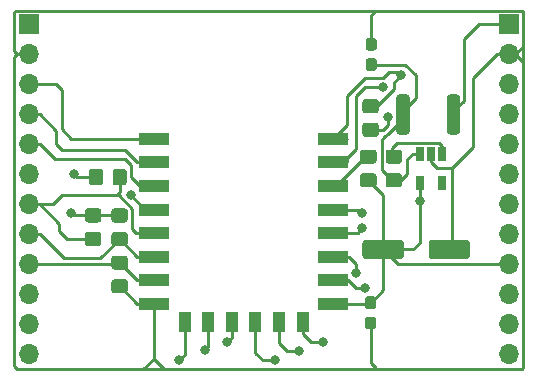
<source format=gbl>
%TF.GenerationSoftware,KiCad,Pcbnew,5.1.8*%
%TF.CreationDate,2020-12-08T00:01:30+01:00*%
%TF.ProjectId,ESP8266_base_vreg,45535038-3236-4365-9f62-6173655f7672,rev?*%
%TF.SameCoordinates,Original*%
%TF.FileFunction,Copper,L2,Bot*%
%TF.FilePolarity,Positive*%
%FSLAX46Y46*%
G04 Gerber Fmt 4.6, Leading zero omitted, Abs format (unit mm)*
G04 Created by KiCad (PCBNEW 5.1.8) date 2020-12-08 00:01:30*
%MOMM*%
%LPD*%
G01*
G04 APERTURE LIST*
%TA.AperFunction,SMDPad,CuDef*%
%ADD10R,0.650000X1.220000*%
%TD*%
%TA.AperFunction,ComponentPad*%
%ADD11O,1.700000X1.700000*%
%TD*%
%TA.AperFunction,ComponentPad*%
%ADD12R,1.700000X1.700000*%
%TD*%
%TA.AperFunction,SMDPad,CuDef*%
%ADD13R,2.500000X1.000000*%
%TD*%
%TA.AperFunction,SMDPad,CuDef*%
%ADD14R,1.000000X1.800000*%
%TD*%
%TA.AperFunction,ViaPad*%
%ADD15C,0.800000*%
%TD*%
%TA.AperFunction,Conductor*%
%ADD16C,0.250000*%
%TD*%
G04 APERTURE END LIST*
%TO.P,C3,2*%
%TO.N,GND*%
%TA.AperFunction,SMDPad,CuDef*%
G36*
G01*
X146795500Y-70795000D02*
X146320500Y-70795000D01*
G75*
G02*
X146083000Y-70557500I0J237500D01*
G01*
X146083000Y-69957500D01*
G75*
G02*
X146320500Y-69720000I237500J0D01*
G01*
X146795500Y-69720000D01*
G75*
G02*
X147033000Y-69957500I0J-237500D01*
G01*
X147033000Y-70557500D01*
G75*
G02*
X146795500Y-70795000I-237500J0D01*
G01*
G37*
%TD.AperFunction*%
%TO.P,C3,1*%
%TO.N,Net-(C3-Pad1)*%
%TA.AperFunction,SMDPad,CuDef*%
G36*
G01*
X146795500Y-72520000D02*
X146320500Y-72520000D01*
G75*
G02*
X146083000Y-72282500I0J237500D01*
G01*
X146083000Y-71682500D01*
G75*
G02*
X146320500Y-71445000I237500J0D01*
G01*
X146795500Y-71445000D01*
G75*
G02*
X147033000Y-71682500I0J-237500D01*
G01*
X147033000Y-72282500D01*
G75*
G02*
X146795500Y-72520000I-237500J0D01*
G01*
G37*
%TD.AperFunction*%
%TD*%
D10*
%TO.P,U1,1*%
%TO.N,Net-(C3-Pad1)*%
X150686000Y-79527000D03*
%TO.P,U1,2*%
%TO.N,GND*%
X151626000Y-79527000D03*
%TO.P,U1,3*%
%TO.N,Net-(R1-Pad2)*%
X152566000Y-79527000D03*
%TO.P,U1,4*%
%TO.N,N/C*%
X152566000Y-82017000D03*
%TO.P,U1,5*%
%TO.N,Net-(C1-Pad1)*%
X150686000Y-82017000D03*
%TD*%
%TO.P,R7,2*%
%TO.N,Net-(ESP1-Pad1)*%
%TA.AperFunction,SMDPad,CuDef*%
G36*
G01*
X146950001Y-76100000D02*
X146049999Y-76100000D01*
G75*
G02*
X145800000Y-75850001I0J249999D01*
G01*
X145800000Y-75149999D01*
G75*
G02*
X146049999Y-74900000I249999J0D01*
G01*
X146950001Y-74900000D01*
G75*
G02*
X147200000Y-75149999I0J-249999D01*
G01*
X147200000Y-75850001D01*
G75*
G02*
X146950001Y-76100000I-249999J0D01*
G01*
G37*
%TD.AperFunction*%
%TO.P,R7,1*%
%TO.N,Net-(C1-Pad1)*%
%TA.AperFunction,SMDPad,CuDef*%
G36*
G01*
X146950001Y-78100000D02*
X146049999Y-78100000D01*
G75*
G02*
X145800000Y-77850001I0J249999D01*
G01*
X145800000Y-77149999D01*
G75*
G02*
X146049999Y-76900000I249999J0D01*
G01*
X146950001Y-76900000D01*
G75*
G02*
X147200000Y-77149999I0J-249999D01*
G01*
X147200000Y-77850001D01*
G75*
G02*
X146950001Y-78100000I-249999J0D01*
G01*
G37*
%TD.AperFunction*%
%TD*%
%TO.P,R6,2*%
%TO.N,Net-(J2-Pad1)*%
%TA.AperFunction,SMDPad,CuDef*%
G36*
G01*
X123850000Y-81049999D02*
X123850000Y-81950001D01*
G75*
G02*
X123600001Y-82200000I-249999J0D01*
G01*
X122899999Y-82200000D01*
G75*
G02*
X122650000Y-81950001I0J249999D01*
G01*
X122650000Y-81049999D01*
G75*
G02*
X122899999Y-80800000I249999J0D01*
G01*
X123600001Y-80800000D01*
G75*
G02*
X123850000Y-81049999I0J-249999D01*
G01*
G37*
%TD.AperFunction*%
%TO.P,R6,1*%
%TO.N,Net-(ESP1-Pad18)*%
%TA.AperFunction,SMDPad,CuDef*%
G36*
G01*
X125850000Y-81049999D02*
X125850000Y-81950001D01*
G75*
G02*
X125600001Y-82200000I-249999J0D01*
G01*
X124899999Y-82200000D01*
G75*
G02*
X124650000Y-81950001I0J249999D01*
G01*
X124650000Y-81049999D01*
G75*
G02*
X124899999Y-80800000I249999J0D01*
G01*
X125600001Y-80800000D01*
G75*
G02*
X125850000Y-81049999I0J-249999D01*
G01*
G37*
%TD.AperFunction*%
%TD*%
%TO.P,R5,2*%
%TO.N,Net-(ESP1-Pad16)*%
%TA.AperFunction,SMDPad,CuDef*%
G36*
G01*
X125700001Y-89350000D02*
X124799999Y-89350000D01*
G75*
G02*
X124550000Y-89100001I0J249999D01*
G01*
X124550000Y-88399999D01*
G75*
G02*
X124799999Y-88150000I249999J0D01*
G01*
X125700001Y-88150000D01*
G75*
G02*
X125950000Y-88399999I0J-249999D01*
G01*
X125950000Y-89100001D01*
G75*
G02*
X125700001Y-89350000I-249999J0D01*
G01*
G37*
%TD.AperFunction*%
%TO.P,R5,1*%
%TO.N,GND*%
%TA.AperFunction,SMDPad,CuDef*%
G36*
G01*
X125700001Y-91350000D02*
X124799999Y-91350000D01*
G75*
G02*
X124550000Y-91100001I0J249999D01*
G01*
X124550000Y-90399999D01*
G75*
G02*
X124799999Y-90150000I249999J0D01*
G01*
X125700001Y-90150000D01*
G75*
G02*
X125950000Y-90399999I0J-249999D01*
G01*
X125950000Y-91100001D01*
G75*
G02*
X125700001Y-91350000I-249999J0D01*
G01*
G37*
%TD.AperFunction*%
%TD*%
%TO.P,R4,2*%
%TO.N,Net-(ESP1-Pad18)*%
%TA.AperFunction,SMDPad,CuDef*%
G36*
G01*
X122549999Y-86150000D02*
X123450001Y-86150000D01*
G75*
G02*
X123700000Y-86399999I0J-249999D01*
G01*
X123700000Y-87100001D01*
G75*
G02*
X123450001Y-87350000I-249999J0D01*
G01*
X122549999Y-87350000D01*
G75*
G02*
X122300000Y-87100001I0J249999D01*
G01*
X122300000Y-86399999D01*
G75*
G02*
X122549999Y-86150000I249999J0D01*
G01*
G37*
%TD.AperFunction*%
%TO.P,R4,1*%
%TO.N,Net-(C1-Pad1)*%
%TA.AperFunction,SMDPad,CuDef*%
G36*
G01*
X122549999Y-84150000D02*
X123450001Y-84150000D01*
G75*
G02*
X123700000Y-84399999I0J-249999D01*
G01*
X123700000Y-85100001D01*
G75*
G02*
X123450001Y-85350000I-249999J0D01*
G01*
X122549999Y-85350000D01*
G75*
G02*
X122300000Y-85100001I0J249999D01*
G01*
X122300000Y-84399999D01*
G75*
G02*
X122549999Y-84150000I249999J0D01*
G01*
G37*
%TD.AperFunction*%
%TD*%
%TO.P,R3,2*%
%TO.N,Net-(C1-Pad1)*%
%TA.AperFunction,SMDPad,CuDef*%
G36*
G01*
X125700001Y-85350000D02*
X124799999Y-85350000D01*
G75*
G02*
X124550000Y-85100001I0J249999D01*
G01*
X124550000Y-84399999D01*
G75*
G02*
X124799999Y-84150000I249999J0D01*
G01*
X125700001Y-84150000D01*
G75*
G02*
X125950000Y-84399999I0J-249999D01*
G01*
X125950000Y-85100001D01*
G75*
G02*
X125700001Y-85350000I-249999J0D01*
G01*
G37*
%TD.AperFunction*%
%TO.P,R3,1*%
%TO.N,Net-(ESP1-Pad17)*%
%TA.AperFunction,SMDPad,CuDef*%
G36*
G01*
X125700001Y-87350000D02*
X124799999Y-87350000D01*
G75*
G02*
X124550000Y-87100001I0J249999D01*
G01*
X124550000Y-86399999D01*
G75*
G02*
X124799999Y-86150000I249999J0D01*
G01*
X125700001Y-86150000D01*
G75*
G02*
X125950000Y-86399999I0J-249999D01*
G01*
X125950000Y-87100001D01*
G75*
G02*
X125700001Y-87350000I-249999J0D01*
G01*
G37*
%TD.AperFunction*%
%TD*%
%TO.P,R2,2*%
%TO.N,Net-(ESP1-Pad3)*%
%TA.AperFunction,SMDPad,CuDef*%
G36*
G01*
X146754001Y-80372000D02*
X145853999Y-80372000D01*
G75*
G02*
X145604000Y-80122001I0J249999D01*
G01*
X145604000Y-79421999D01*
G75*
G02*
X145853999Y-79172000I249999J0D01*
G01*
X146754001Y-79172000D01*
G75*
G02*
X147004000Y-79421999I0J-249999D01*
G01*
X147004000Y-80122001D01*
G75*
G02*
X146754001Y-80372000I-249999J0D01*
G01*
G37*
%TD.AperFunction*%
%TO.P,R2,1*%
%TO.N,Net-(C1-Pad1)*%
%TA.AperFunction,SMDPad,CuDef*%
G36*
G01*
X146754001Y-82372000D02*
X145853999Y-82372000D01*
G75*
G02*
X145604000Y-82122001I0J249999D01*
G01*
X145604000Y-81421999D01*
G75*
G02*
X145853999Y-81172000I249999J0D01*
G01*
X146754001Y-81172000D01*
G75*
G02*
X147004000Y-81421999I0J-249999D01*
G01*
X147004000Y-82122001D01*
G75*
G02*
X146754001Y-82372000I-249999J0D01*
G01*
G37*
%TD.AperFunction*%
%TD*%
%TO.P,R1,2*%
%TO.N,Net-(R1-Pad2)*%
%TA.AperFunction,SMDPad,CuDef*%
G36*
G01*
X148913001Y-80372000D02*
X148012999Y-80372000D01*
G75*
G02*
X147763000Y-80122001I0J249999D01*
G01*
X147763000Y-79421999D01*
G75*
G02*
X148012999Y-79172000I249999J0D01*
G01*
X148913001Y-79172000D01*
G75*
G02*
X149163000Y-79421999I0J-249999D01*
G01*
X149163000Y-80122001D01*
G75*
G02*
X148913001Y-80372000I-249999J0D01*
G01*
G37*
%TD.AperFunction*%
%TO.P,R1,1*%
%TO.N,Net-(C3-Pad1)*%
%TA.AperFunction,SMDPad,CuDef*%
G36*
G01*
X148913001Y-82372000D02*
X148012999Y-82372000D01*
G75*
G02*
X147763000Y-82122001I0J249999D01*
G01*
X147763000Y-81421999D01*
G75*
G02*
X148012999Y-81172000I249999J0D01*
G01*
X148913001Y-81172000D01*
G75*
G02*
X149163000Y-81421999I0J-249999D01*
G01*
X149163000Y-82122001D01*
G75*
G02*
X148913001Y-82372000I-249999J0D01*
G01*
G37*
%TD.AperFunction*%
%TD*%
D11*
%TO.P,J2,12*%
%TO.N,Net-(ESP1-Pad14)*%
X117602000Y-96520000D03*
%TO.P,J2,11*%
%TO.N,Net-(ESP1-Pad13)*%
X117602000Y-93980000D03*
%TO.P,J2,10*%
%TO.N,Net-(ESP1-Pad12)*%
X117602000Y-91440000D03*
%TO.P,J2,9*%
%TO.N,Net-(ESP1-Pad16)*%
X117602000Y-88900000D03*
%TO.P,J2,8*%
%TO.N,Net-(ESP1-Pad17)*%
X117602000Y-86360000D03*
%TO.P,J2,7*%
%TO.N,Net-(ESP1-Pad18)*%
X117602000Y-83820000D03*
%TO.P,J2,6*%
%TO.N,Net-(ESP1-Pad19)*%
X117602000Y-81280000D03*
%TO.P,J2,5*%
%TO.N,Net-(ESP1-Pad20)*%
X117602000Y-78740000D03*
%TO.P,J2,4*%
%TO.N,Net-(ESP1-Pad21)*%
X117602000Y-76200000D03*
%TO.P,J2,3*%
%TO.N,Net-(ESP1-Pad22)*%
X117602000Y-73660000D03*
%TO.P,J2,2*%
%TO.N,GND*%
X117602000Y-71120000D03*
D12*
%TO.P,J2,1*%
%TO.N,Net-(J2-Pad1)*%
X117602000Y-68580000D03*
%TD*%
D11*
%TO.P,J1,12*%
%TO.N,Net-(ESP1-Pad11)*%
X158242000Y-96520000D03*
%TO.P,J1,11*%
%TO.N,Net-(ESP1-Pad10)*%
X158242000Y-93980000D03*
%TO.P,J1,10*%
%TO.N,Net-(ESP1-Pad9)*%
X158242000Y-91440000D03*
%TO.P,J1,9*%
%TO.N,Net-(C1-Pad1)*%
X158242000Y-88900000D03*
%TO.P,J1,8*%
%TO.N,Net-(ESP1-Pad7)*%
X158242000Y-86360000D03*
%TO.P,J1,7*%
%TO.N,Net-(ESP1-Pad6)*%
X158242000Y-83820000D03*
%TO.P,J1,6*%
%TO.N,Net-(ESP1-Pad5)*%
X158242000Y-81280000D03*
%TO.P,J1,5*%
%TO.N,Net-(ESP1-Pad4)*%
X158242000Y-78740000D03*
%TO.P,J1,4*%
%TO.N,Net-(ESP1-Pad2)*%
X158242000Y-76200000D03*
%TO.P,J1,3*%
%TO.N,Net-(ESP1-Pad1)*%
X158242000Y-73660000D03*
%TO.P,J1,2*%
%TO.N,GND*%
X158242000Y-71120000D03*
D12*
%TO.P,J1,1*%
%TO.N,VCC*%
X158242000Y-68580000D03*
%TD*%
%TO.P,F1,2*%
%TO.N,Net-(C3-Pad1)*%
%TA.AperFunction,SMDPad,CuDef*%
G36*
G01*
X149809000Y-74749999D02*
X149809000Y-77650001D01*
G75*
G02*
X149559001Y-77900000I-249999J0D01*
G01*
X148933999Y-77900000D01*
G75*
G02*
X148684000Y-77650001I0J249999D01*
G01*
X148684000Y-74749999D01*
G75*
G02*
X148933999Y-74500000I249999J0D01*
G01*
X149559001Y-74500000D01*
G75*
G02*
X149809000Y-74749999I0J-249999D01*
G01*
G37*
%TD.AperFunction*%
%TO.P,F1,1*%
%TO.N,VCC*%
%TA.AperFunction,SMDPad,CuDef*%
G36*
G01*
X154084000Y-74749999D02*
X154084000Y-77650001D01*
G75*
G02*
X153834001Y-77900000I-249999J0D01*
G01*
X153208999Y-77900000D01*
G75*
G02*
X152959000Y-77650001I0J249999D01*
G01*
X152959000Y-74749999D01*
G75*
G02*
X153208999Y-74500000I249999J0D01*
G01*
X153834001Y-74500000D01*
G75*
G02*
X154084000Y-74749999I0J-249999D01*
G01*
G37*
%TD.AperFunction*%
%TD*%
D13*
%TO.P,ESP1,22*%
%TO.N,Net-(ESP1-Pad22)*%
X128150000Y-78250000D03*
%TO.P,ESP1,21*%
%TO.N,Net-(ESP1-Pad21)*%
X128150000Y-80250000D03*
%TO.P,ESP1,20*%
%TO.N,Net-(ESP1-Pad20)*%
X128150000Y-82250000D03*
%TO.P,ESP1,19*%
%TO.N,Net-(ESP1-Pad19)*%
X128150000Y-84250000D03*
%TO.P,ESP1,18*%
%TO.N,Net-(ESP1-Pad18)*%
X128150000Y-86250000D03*
%TO.P,ESP1,17*%
%TO.N,Net-(ESP1-Pad17)*%
X128150000Y-88250000D03*
%TO.P,ESP1,16*%
%TO.N,Net-(ESP1-Pad16)*%
X128150000Y-90250000D03*
%TO.P,ESP1,15*%
%TO.N,GND*%
X128150000Y-92250000D03*
D14*
%TO.P,ESP1,14*%
%TO.N,Net-(ESP1-Pad14)*%
X130750000Y-93750000D03*
%TO.P,ESP1,13*%
%TO.N,Net-(ESP1-Pad13)*%
X132750000Y-93750000D03*
%TO.P,ESP1,12*%
%TO.N,Net-(ESP1-Pad12)*%
X134750000Y-93750000D03*
%TO.P,ESP1,11*%
%TO.N,Net-(ESP1-Pad11)*%
X136750000Y-93750000D03*
%TO.P,ESP1,10*%
%TO.N,Net-(ESP1-Pad10)*%
X138750000Y-93750000D03*
%TO.P,ESP1,9*%
%TO.N,Net-(ESP1-Pad9)*%
X140750000Y-93750000D03*
D13*
%TO.P,ESP1,8*%
%TO.N,Net-(C1-Pad1)*%
X143350000Y-92250000D03*
%TO.P,ESP1,7*%
%TO.N,Net-(ESP1-Pad7)*%
X143350000Y-90250000D03*
%TO.P,ESP1,6*%
%TO.N,Net-(ESP1-Pad6)*%
X143350000Y-88250000D03*
%TO.P,ESP1,5*%
%TO.N,Net-(ESP1-Pad5)*%
X143350000Y-86250000D03*
%TO.P,ESP1,4*%
%TO.N,Net-(ESP1-Pad4)*%
X143350000Y-84250000D03*
%TO.P,ESP1,3*%
%TO.N,Net-(ESP1-Pad3)*%
X143350000Y-82250000D03*
%TO.P,ESP1,2*%
%TO.N,Net-(ESP1-Pad2)*%
X143350000Y-80250000D03*
%TO.P,ESP1,1*%
%TO.N,Net-(ESP1-Pad1)*%
X143350000Y-78250000D03*
%TD*%
%TO.P,C2,2*%
%TO.N,GND*%
%TA.AperFunction,SMDPad,CuDef*%
G36*
G01*
X146262500Y-93325000D02*
X146737500Y-93325000D01*
G75*
G02*
X146975000Y-93562500I0J-237500D01*
G01*
X146975000Y-94162500D01*
G75*
G02*
X146737500Y-94400000I-237500J0D01*
G01*
X146262500Y-94400000D01*
G75*
G02*
X146025000Y-94162500I0J237500D01*
G01*
X146025000Y-93562500D01*
G75*
G02*
X146262500Y-93325000I237500J0D01*
G01*
G37*
%TD.AperFunction*%
%TO.P,C2,1*%
%TO.N,Net-(C1-Pad1)*%
%TA.AperFunction,SMDPad,CuDef*%
G36*
G01*
X146262500Y-91600000D02*
X146737500Y-91600000D01*
G75*
G02*
X146975000Y-91837500I0J-237500D01*
G01*
X146975000Y-92437500D01*
G75*
G02*
X146737500Y-92675000I-237500J0D01*
G01*
X146262500Y-92675000D01*
G75*
G02*
X146025000Y-92437500I0J237500D01*
G01*
X146025000Y-91837500D01*
G75*
G02*
X146262500Y-91600000I237500J0D01*
G01*
G37*
%TD.AperFunction*%
%TD*%
%TO.P,C1,2*%
%TO.N,GND*%
%TA.AperFunction,SMDPad,CuDef*%
G36*
G01*
X151406000Y-88180000D02*
X151406000Y-87080000D01*
G75*
G02*
X151656000Y-86830000I250000J0D01*
G01*
X154656000Y-86830000D01*
G75*
G02*
X154906000Y-87080000I0J-250000D01*
G01*
X154906000Y-88180000D01*
G75*
G02*
X154656000Y-88430000I-250000J0D01*
G01*
X151656000Y-88430000D01*
G75*
G02*
X151406000Y-88180000I0J250000D01*
G01*
G37*
%TD.AperFunction*%
%TO.P,C1,1*%
%TO.N,Net-(C1-Pad1)*%
%TA.AperFunction,SMDPad,CuDef*%
G36*
G01*
X145806000Y-88180000D02*
X145806000Y-87080000D01*
G75*
G02*
X146056000Y-86830000I250000J0D01*
G01*
X149056000Y-86830000D01*
G75*
G02*
X149306000Y-87080000I0J-250000D01*
G01*
X149306000Y-88180000D01*
G75*
G02*
X149056000Y-88430000I-250000J0D01*
G01*
X146056000Y-88430000D01*
G75*
G02*
X145806000Y-88180000I0J250000D01*
G01*
G37*
%TD.AperFunction*%
%TD*%
D15*
%TO.N,Net-(C1-Pad1)*%
X147955000Y-76454000D03*
X150686000Y-83502000D03*
X121158000Y-84582000D03*
%TO.N,Net-(ESP1-Pad19)*%
X126238000Y-83058000D03*
%TO.N,Net-(ESP1-Pad14)*%
X130302000Y-97028000D03*
%TO.N,Net-(ESP1-Pad13)*%
X132461000Y-96139000D03*
%TO.N,Net-(ESP1-Pad12)*%
X134366000Y-95504000D03*
%TO.N,Net-(ESP1-Pad11)*%
X138430000Y-97028000D03*
%TO.N,Net-(ESP1-Pad10)*%
X140462000Y-96266000D03*
%TO.N,Net-(ESP1-Pad9)*%
X142494000Y-95504000D03*
%TO.N,Net-(ESP1-Pad7)*%
X146050000Y-90932000D03*
%TO.N,Net-(ESP1-Pad6)*%
X145288000Y-89662000D03*
%TO.N,Net-(ESP1-Pad5)*%
X145796000Y-85852000D03*
%TO.N,Net-(ESP1-Pad4)*%
X145796000Y-84582000D03*
%TO.N,Net-(ESP1-Pad2)*%
X147574000Y-73914000D03*
%TO.N,Net-(ESP1-Pad1)*%
X149098000Y-72898000D03*
%TO.N,Net-(J2-Pad1)*%
X121412000Y-81280000D03*
%TD*%
D16*
%TO.N,GND*%
X146558000Y-67818000D02*
X146558000Y-70257500D01*
X146971001Y-67404999D02*
X146558000Y-67818000D01*
X151626000Y-79527000D02*
X151626000Y-80252000D01*
X151626000Y-80252000D02*
X152146000Y-80772000D01*
X152146000Y-80772000D02*
X153416000Y-80772000D01*
X153416000Y-87370000D02*
X153156000Y-87630000D01*
X153416000Y-80772000D02*
X153416000Y-87370000D01*
X155194000Y-78994000D02*
X153416000Y-80772000D01*
X155194000Y-73152000D02*
X155194000Y-78994000D01*
X157226000Y-71120000D02*
X155194000Y-73152000D01*
X146971001Y-97695001D02*
X146500000Y-97224000D01*
X146500000Y-97224000D02*
X146500000Y-93862500D01*
X157226000Y-71120000D02*
X158750000Y-71120000D01*
X126750000Y-92250000D02*
X128150000Y-92250000D01*
X125250000Y-90750000D02*
X126750000Y-92250000D01*
X128150000Y-96908000D02*
X128150000Y-92250000D01*
X128995001Y-97753001D02*
X128150000Y-96908000D01*
X128136000Y-96908000D02*
X128150000Y-96908000D01*
X127254000Y-97790000D02*
X128136000Y-96908000D01*
X117348000Y-97790000D02*
X127254000Y-97790000D01*
X149954999Y-67404999D02*
X147479001Y-67404999D01*
X147479001Y-67404999D02*
X146971001Y-67404999D01*
X127290999Y-97753001D02*
X127254000Y-97790000D01*
X129249001Y-97753001D02*
X127290999Y-97753001D01*
X128995001Y-97753001D02*
X129249001Y-97753001D01*
X116586000Y-71120000D02*
X117602000Y-71120000D01*
X116332000Y-70866000D02*
X116586000Y-71120000D01*
X116332000Y-67564000D02*
X116332000Y-70866000D01*
X116491001Y-67404999D02*
X116332000Y-67564000D01*
X147479001Y-67404999D02*
X116491001Y-67404999D01*
X116586000Y-71120000D02*
X116332000Y-71374000D01*
X116332000Y-71374000D02*
X116332000Y-97536000D01*
X116586000Y-97790000D02*
X117602000Y-97790000D01*
X116332000Y-97536000D02*
X116586000Y-97790000D01*
X117602000Y-97790000D02*
X117348000Y-97790000D01*
X117957000Y-97790000D02*
X117602000Y-97790000D01*
X157226000Y-71120000D02*
X158242000Y-71120000D01*
X158401001Y-67404999D02*
X149954999Y-67404999D01*
X158590999Y-67404999D02*
X158401001Y-67404999D01*
X159417001Y-97630999D02*
X159294999Y-97753001D01*
X159294999Y-97753001D02*
X129249001Y-97753001D01*
X159352001Y-67404999D02*
X159417001Y-67469999D01*
X158401001Y-67404999D02*
X159352001Y-67404999D01*
X158750000Y-71120000D02*
X159417001Y-70452999D01*
X159417001Y-67469999D02*
X159417001Y-70452999D01*
X158242000Y-71120000D02*
X158750000Y-71120000D01*
X158750000Y-71120000D02*
X159417001Y-71787001D01*
X159417001Y-71787001D02*
X159417001Y-97630999D01*
X159417001Y-70452999D02*
X159417001Y-71787001D01*
%TO.N,Net-(C1-Pad1)*%
X150686000Y-82017000D02*
X150686000Y-83502000D01*
X150114000Y-87630000D02*
X147556000Y-87630000D01*
X150686000Y-87058000D02*
X150114000Y-87630000D01*
X146500000Y-77500000D02*
X146528000Y-77500000D01*
X146528000Y-77500000D02*
X147036000Y-77500000D01*
X147828000Y-87358000D02*
X147556000Y-87630000D01*
X147556000Y-83024000D02*
X146304000Y-81772000D01*
X147556000Y-87630000D02*
X147556000Y-83024000D01*
X150686000Y-83502000D02*
X150686000Y-87058000D01*
X147556000Y-91081500D02*
X146500000Y-92137500D01*
X147556000Y-87630000D02*
X147556000Y-91081500D01*
X148826000Y-88900000D02*
X147556000Y-87630000D01*
X157226000Y-88900000D02*
X148826000Y-88900000D01*
X146387500Y-92250000D02*
X146500000Y-92137500D01*
X143350000Y-92250000D02*
X146387500Y-92250000D01*
X123000000Y-84750000D02*
X125250000Y-84750000D01*
X123000000Y-84750000D02*
X121326000Y-84750000D01*
X121326000Y-84750000D02*
X121158000Y-84582000D01*
X121158000Y-84582000D02*
X121158000Y-84582000D01*
X157226000Y-88900000D02*
X158242000Y-88900000D01*
X147955000Y-77089000D02*
X147955000Y-76454000D01*
X147544000Y-77500000D02*
X147955000Y-77089000D01*
X146500000Y-77500000D02*
X147544000Y-77500000D01*
%TO.N,Net-(ESP1-Pad22)*%
X128150000Y-78250000D02*
X121176000Y-78250000D01*
X121176000Y-78250000D02*
X120396000Y-77470000D01*
X120396000Y-77470000D02*
X120396000Y-74168000D01*
X119888000Y-73660000D02*
X118500000Y-73660000D01*
X120396000Y-74168000D02*
X119888000Y-73660000D01*
X118500000Y-73660000D02*
X117602000Y-73660000D01*
%TO.N,Net-(ESP1-Pad21)*%
X128150000Y-80250000D02*
X126732000Y-80250000D01*
X126732000Y-80250000D02*
X125730000Y-79248000D01*
X120396000Y-79248000D02*
X119888000Y-78740000D01*
X125730000Y-79248000D02*
X120396000Y-79248000D01*
X119888000Y-77588000D02*
X118500000Y-76200000D01*
X119888000Y-78740000D02*
X119888000Y-77588000D01*
X118500000Y-76200000D02*
X117602000Y-76200000D01*
%TO.N,Net-(ESP1-Pad20)*%
X128150000Y-82250000D02*
X126954000Y-82250000D01*
X126954000Y-82250000D02*
X126238000Y-81534000D01*
X126238000Y-81534000D02*
X126238000Y-80518000D01*
X126238000Y-80518000D02*
X125730000Y-80010000D01*
X119770000Y-80010000D02*
X118500000Y-78740000D01*
X125730000Y-80010000D02*
X119770000Y-80010000D01*
X118500000Y-78740000D02*
X117602000Y-78740000D01*
%TO.N,Net-(ESP1-Pad19)*%
X128150000Y-84250000D02*
X127430000Y-84250000D01*
X127430000Y-84250000D02*
X126238000Y-83058000D01*
X126238000Y-83058000D02*
X126238000Y-83058000D01*
%TO.N,Net-(ESP1-Pad18)*%
X123000000Y-86750000D02*
X120786000Y-86750000D01*
X120786000Y-86750000D02*
X120142000Y-86106000D01*
X120142000Y-85462000D02*
X118500000Y-83820000D01*
X120142000Y-86106000D02*
X120142000Y-85462000D01*
X118500000Y-83820000D02*
X119634000Y-83820000D01*
X119634000Y-83820000D02*
X120396000Y-83058000D01*
X125250000Y-82776000D02*
X125250000Y-81500000D01*
X124968000Y-83058000D02*
X125250000Y-82776000D01*
X128150000Y-86250000D02*
X127144000Y-86250000D01*
X124206000Y-83058000D02*
X124968000Y-83058000D01*
X120396000Y-83058000D02*
X124206000Y-83058000D01*
X124460000Y-83058000D02*
X125171190Y-83058000D01*
X125171190Y-83058000D02*
X126275010Y-84161820D01*
X124460000Y-83058000D02*
X124206000Y-83058000D01*
X126650000Y-86250000D02*
X128150000Y-86250000D01*
X126275010Y-85875010D02*
X126650000Y-86250000D01*
X126275010Y-84365010D02*
X126275010Y-85875010D01*
X126275010Y-84161820D02*
X126275010Y-84365010D01*
X126275010Y-84365010D02*
X126275010Y-84544990D01*
X118500000Y-83820000D02*
X117602000Y-83820000D01*
%TO.N,Net-(ESP1-Pad17)*%
X126750000Y-88250000D02*
X128150000Y-88250000D01*
X125250000Y-86750000D02*
X126750000Y-88250000D01*
X118500000Y-86360000D02*
X120532000Y-88392000D01*
X123608000Y-88392000D02*
X125250000Y-86750000D01*
X120532000Y-88392000D02*
X123608000Y-88392000D01*
X118500000Y-86360000D02*
X117602000Y-86360000D01*
%TO.N,Net-(ESP1-Pad16)*%
X125100000Y-88900000D02*
X125250000Y-88750000D01*
X118500000Y-88900000D02*
X125100000Y-88900000D01*
X126750000Y-90250000D02*
X125250000Y-88750000D01*
X128150000Y-90250000D02*
X126750000Y-90250000D01*
X118500000Y-88900000D02*
X117602000Y-88900000D01*
%TO.N,Net-(ESP1-Pad14)*%
X130750000Y-93750000D02*
X130750000Y-96580000D01*
X130750000Y-96580000D02*
X130302000Y-97028000D01*
X130302000Y-97028000D02*
X130302000Y-97028000D01*
%TO.N,Net-(ESP1-Pad13)*%
X132750000Y-93750000D02*
X132750000Y-95850000D01*
X132750000Y-95850000D02*
X132461000Y-96139000D01*
X132461000Y-96139000D02*
X132334000Y-96266000D01*
%TO.N,Net-(ESP1-Pad12)*%
X134750000Y-93750000D02*
X134750000Y-95120000D01*
X134750000Y-95120000D02*
X134366000Y-95504000D01*
X134366000Y-95504000D02*
X134366000Y-95504000D01*
%TO.N,Net-(ESP1-Pad11)*%
X136750000Y-93750000D02*
X136750000Y-96364000D01*
X136750000Y-96364000D02*
X137414000Y-97028000D01*
X137414000Y-97028000D02*
X138430000Y-97028000D01*
X138430000Y-97028000D02*
X138430000Y-97028000D01*
%TO.N,Net-(ESP1-Pad10)*%
X138750000Y-93750000D02*
X138750000Y-95570000D01*
X138750000Y-95570000D02*
X139446000Y-96266000D01*
X139446000Y-96266000D02*
X140462000Y-96266000D01*
X140462000Y-96266000D02*
X140462000Y-96266000D01*
%TO.N,Net-(ESP1-Pad9)*%
X140750000Y-93750000D02*
X140750000Y-94776000D01*
X140750000Y-94776000D02*
X141478000Y-95504000D01*
X141478000Y-95504000D02*
X142494000Y-95504000D01*
X142494000Y-95504000D02*
X142494000Y-95504000D01*
%TO.N,Net-(ESP1-Pad7)*%
X143350000Y-90250000D02*
X144606000Y-90250000D01*
X144606000Y-90250000D02*
X145288000Y-90932000D01*
X145288000Y-90932000D02*
X146050000Y-90932000D01*
X146050000Y-90932000D02*
X146050000Y-90932000D01*
%TO.N,Net-(ESP1-Pad6)*%
X143350000Y-88250000D02*
X144638000Y-88250000D01*
X144638000Y-88250000D02*
X145288000Y-88900000D01*
X145288000Y-88900000D02*
X145288000Y-89662000D01*
X145288000Y-89662000D02*
X145288000Y-89662000D01*
%TO.N,Net-(ESP1-Pad5)*%
X143350000Y-86250000D02*
X145398000Y-86250000D01*
X145398000Y-86250000D02*
X145796000Y-85852000D01*
X145796000Y-85852000D02*
X145796000Y-85852000D01*
%TO.N,Net-(ESP1-Pad4)*%
X143350000Y-84250000D02*
X145464000Y-84250000D01*
X145464000Y-84250000D02*
X145796000Y-84582000D01*
X145796000Y-84582000D02*
X145796000Y-84582000D01*
%TO.N,Net-(ESP1-Pad3)*%
X143605001Y-82250000D02*
X143350000Y-82250000D01*
X146034000Y-79821001D02*
X143605001Y-82250000D01*
X146034000Y-79772000D02*
X146034000Y-79821001D01*
X146304000Y-79772000D02*
X146034000Y-79772000D01*
%TO.N,Net-(ESP1-Pad2)*%
X143350000Y-80250000D02*
X144540000Y-80250000D01*
X144540000Y-79846810D02*
X145288000Y-79098810D01*
X144540000Y-80250000D02*
X144540000Y-79846810D01*
X145288000Y-79098810D02*
X145288000Y-74676000D01*
X145288000Y-74676000D02*
X146050000Y-73914000D01*
X146050000Y-73914000D02*
X147574000Y-73914000D01*
X147574000Y-73914000D02*
X147574000Y-73914000D01*
%TO.N,Net-(ESP1-Pad1)*%
X143350000Y-78250000D02*
X144508000Y-78250000D01*
X145542000Y-73660000D02*
X144526000Y-74676000D01*
X144526000Y-77074000D02*
X143350000Y-78250000D01*
X144526000Y-74676000D02*
X144526000Y-77074000D01*
X148082000Y-72644000D02*
X147574000Y-73152000D01*
X146050000Y-73152000D02*
X145542000Y-73660000D01*
X147574000Y-73152000D02*
X146050000Y-73152000D01*
X147061002Y-75500000D02*
X148481999Y-74079003D01*
X146500000Y-75500000D02*
X147061002Y-75500000D01*
X148844000Y-72644000D02*
X149098000Y-72898000D01*
X148082000Y-72644000D02*
X148844000Y-72644000D01*
X149098000Y-72898000D02*
X148481999Y-73514001D01*
X148481999Y-74079003D02*
X148481999Y-73514001D01*
%TO.N,VCC*%
X157226000Y-68580000D02*
X155702000Y-68580000D01*
X155702000Y-68580000D02*
X154432000Y-69850000D01*
X154432000Y-75023500D02*
X153255500Y-76200000D01*
X154432000Y-69850000D02*
X154432000Y-75023500D01*
X157226000Y-68580000D02*
X158242000Y-68580000D01*
%TO.N,Net-(J2-Pad1)*%
X123250000Y-81500000D02*
X121632000Y-81500000D01*
X121632000Y-81500000D02*
X121412000Y-81280000D01*
X121412000Y-81280000D02*
X121412000Y-81280000D01*
%TO.N,Net-(R1-Pad2)*%
X152566000Y-79527000D02*
X152566000Y-78906000D01*
X152251999Y-78591999D02*
X148738001Y-78591999D01*
X152566000Y-78906000D02*
X152251999Y-78591999D01*
X148324000Y-79006000D02*
X148324000Y-79772000D01*
X148738001Y-78591999D02*
X148324000Y-79006000D01*
%TO.N,Net-(C3-Pad1)*%
X148980500Y-76200000D02*
X148980500Y-76825500D01*
X148320000Y-81772000D02*
X148324000Y-81772000D01*
X148324000Y-81772000D02*
X149114000Y-81772000D01*
X149114000Y-81772000D02*
X149606000Y-81280000D01*
X149606000Y-81280000D02*
X149606000Y-80010000D01*
X150089000Y-79527000D02*
X150686000Y-79527000D01*
X149606000Y-80010000D02*
X150089000Y-79527000D01*
X146558000Y-71982500D02*
X149452500Y-71982500D01*
X149452500Y-71982500D02*
X150368000Y-72898000D01*
X150368000Y-74812500D02*
X148980500Y-76200000D01*
X150368000Y-72898000D02*
X150368000Y-74812500D01*
X149246500Y-76200000D02*
X149246500Y-77321500D01*
X148980500Y-76825500D02*
X147955000Y-77851000D01*
X149246500Y-76559500D02*
X149246500Y-76200000D01*
X148463000Y-81772000D02*
X148320000Y-81772000D01*
X147437990Y-78368010D02*
X147574000Y-78232000D01*
X147437990Y-80889990D02*
X147437990Y-78368010D01*
X148320000Y-81772000D02*
X147437990Y-80889990D01*
X147574000Y-78232000D02*
X149246500Y-76559500D01*
X147447000Y-78359000D02*
X147574000Y-78232000D01*
%TD*%
M02*

</source>
